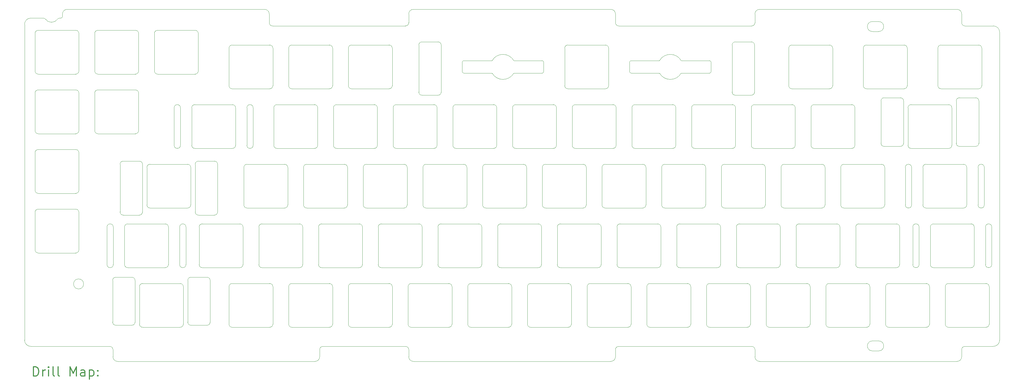
<source format=gbr>
%FSLAX45Y45*%
G04 Gerber Fmt 4.5, Leading zero omitted, Abs format (unit mm)*
G04 Created by KiCad (PCBNEW (5.1.9)-1) date 2021-02-10 15:31:54*
%MOMM*%
%LPD*%
G01*
G04 APERTURE LIST*
%TA.AperFunction,Profile*%
%ADD10C,0.100000*%
%TD*%
%ADD11C,0.200000*%
%ADD12C,0.300000*%
G04 APERTURE END LIST*
D10*
X1325000Y-13125000D02*
G75*
G03*
X1325000Y-13125000I-160000J0D01*
G01*
X28825000Y-13210000D02*
G75*
G02*
X28925000Y-13110000I100000J0D01*
G01*
X30125000Y-13110000D02*
X28925000Y-13110000D01*
X30125000Y-13110000D02*
G75*
G02*
X30225000Y-13210000I0J-100000D01*
G01*
X30225000Y-14410000D02*
X30225000Y-13210000D01*
X30225000Y-14410000D02*
G75*
G02*
X30125000Y-14510000I-100000J0D01*
G01*
X28925000Y-14510000D02*
X30125000Y-14510000D01*
X28925000Y-14510000D02*
G75*
G02*
X28825000Y-14410000I0J100000D01*
G01*
X28825000Y-13210000D02*
X28825000Y-14410000D01*
X26920000Y-13210000D02*
G75*
G02*
X27020000Y-13110000I100000J0D01*
G01*
X28220000Y-13110000D02*
X27020000Y-13110000D01*
X28220000Y-13110000D02*
G75*
G02*
X28320000Y-13210000I0J-100000D01*
G01*
X28320000Y-14410000D02*
X28320000Y-13210000D01*
X28320000Y-14410000D02*
G75*
G02*
X28220000Y-14510000I-100000J0D01*
G01*
X27020000Y-14510000D02*
X28220000Y-14510000D01*
X27020000Y-14510000D02*
G75*
G02*
X26920000Y-14410000I0J100000D01*
G01*
X26920000Y-13210000D02*
X26920000Y-14410000D01*
X25015000Y-13210000D02*
G75*
G02*
X25115000Y-13110000I100000J0D01*
G01*
X26315000Y-13110000D02*
X25115000Y-13110000D01*
X26315000Y-13110000D02*
G75*
G02*
X26415000Y-13210000I0J-100000D01*
G01*
X26415000Y-14410000D02*
X26415000Y-13210000D01*
X26415000Y-14410000D02*
G75*
G02*
X26315000Y-14510000I-100000J0D01*
G01*
X25115000Y-14510000D02*
X26315000Y-14510000D01*
X25115000Y-14510000D02*
G75*
G02*
X25015000Y-14410000I0J100000D01*
G01*
X25015000Y-13210000D02*
X25015000Y-14410000D01*
X23110000Y-13210000D02*
G75*
G02*
X23210000Y-13110000I100000J0D01*
G01*
X24410000Y-13110000D02*
X23210000Y-13110000D01*
X24410000Y-13110000D02*
G75*
G02*
X24510000Y-13210000I0J-100000D01*
G01*
X24510000Y-14410000D02*
X24510000Y-13210000D01*
X24510000Y-14410000D02*
G75*
G02*
X24410000Y-14510000I-100000J0D01*
G01*
X23210000Y-14510000D02*
X24410000Y-14510000D01*
X23210000Y-14510000D02*
G75*
G02*
X23110000Y-14410000I0J100000D01*
G01*
X23110000Y-13210000D02*
X23110000Y-14410000D01*
X21205000Y-13210000D02*
G75*
G02*
X21305000Y-13110000I100000J0D01*
G01*
X22505000Y-13110000D02*
X21305000Y-13110000D01*
X22505000Y-13110000D02*
G75*
G02*
X22605000Y-13210000I0J-100000D01*
G01*
X22605000Y-14410000D02*
X22605000Y-13210000D01*
X22605000Y-14410000D02*
G75*
G02*
X22505000Y-14510000I-100000J0D01*
G01*
X21305000Y-14510000D02*
X22505000Y-14510000D01*
X21305000Y-14510000D02*
G75*
G02*
X21205000Y-14410000I0J100000D01*
G01*
X21205000Y-13210000D02*
X21205000Y-14410000D01*
X19300000Y-13210000D02*
G75*
G02*
X19400000Y-13110000I100000J0D01*
G01*
X20600000Y-13110000D02*
X19400000Y-13110000D01*
X20600000Y-13110000D02*
G75*
G02*
X20700000Y-13210000I0J-100000D01*
G01*
X20700000Y-14410000D02*
X20700000Y-13210000D01*
X20700000Y-14410000D02*
G75*
G02*
X20600000Y-14510000I-100000J0D01*
G01*
X19400000Y-14510000D02*
X20600000Y-14510000D01*
X19400000Y-14510000D02*
G75*
G02*
X19300000Y-14410000I0J100000D01*
G01*
X19300000Y-13210000D02*
X19300000Y-14410000D01*
X17395000Y-13210000D02*
G75*
G02*
X17495000Y-13110000I100000J0D01*
G01*
X18695000Y-13110000D02*
X17495000Y-13110000D01*
X18695000Y-13110000D02*
G75*
G02*
X18795000Y-13210000I0J-100000D01*
G01*
X18795000Y-14410000D02*
X18795000Y-13210000D01*
X18795000Y-14410000D02*
G75*
G02*
X18695000Y-14510000I-100000J0D01*
G01*
X17495000Y-14510000D02*
X18695000Y-14510000D01*
X17495000Y-14510000D02*
G75*
G02*
X17395000Y-14410000I0J100000D01*
G01*
X17395000Y-13210000D02*
X17395000Y-14410000D01*
X15490000Y-13210000D02*
G75*
G02*
X15590000Y-13110000I100000J0D01*
G01*
X16790000Y-13110000D02*
X15590000Y-13110000D01*
X16790000Y-13110000D02*
G75*
G02*
X16890000Y-13210000I0J-100000D01*
G01*
X16890000Y-14410000D02*
X16890000Y-13210000D01*
X16890000Y-14410000D02*
G75*
G02*
X16790000Y-14510000I-100000J0D01*
G01*
X15590000Y-14510000D02*
X16790000Y-14510000D01*
X15590000Y-14510000D02*
G75*
G02*
X15490000Y-14410000I0J100000D01*
G01*
X15490000Y-13210000D02*
X15490000Y-14410000D01*
X13585000Y-13210000D02*
G75*
G02*
X13685000Y-13110000I100000J0D01*
G01*
X14885000Y-13110000D02*
X13685000Y-13110000D01*
X14885000Y-13110000D02*
G75*
G02*
X14985000Y-13210000I0J-100000D01*
G01*
X14985000Y-14410000D02*
X14985000Y-13210000D01*
X14985000Y-14410000D02*
G75*
G02*
X14885000Y-14510000I-100000J0D01*
G01*
X13685000Y-14510000D02*
X14885000Y-14510000D01*
X13685000Y-14510000D02*
G75*
G02*
X13585000Y-14410000I0J100000D01*
G01*
X13585000Y-13210000D02*
X13585000Y-14410000D01*
X11680000Y-13210000D02*
G75*
G02*
X11780000Y-13110000I100000J0D01*
G01*
X12980000Y-13110000D02*
X11780000Y-13110000D01*
X12980000Y-13110000D02*
G75*
G02*
X13080000Y-13210000I0J-100000D01*
G01*
X13080000Y-14410000D02*
X13080000Y-13210000D01*
X13080000Y-14410000D02*
G75*
G02*
X12980000Y-14510000I-100000J0D01*
G01*
X11780000Y-14510000D02*
X12980000Y-14510000D01*
X11780000Y-14510000D02*
G75*
G02*
X11680000Y-14410000I0J100000D01*
G01*
X11680000Y-13210000D02*
X11680000Y-14410000D01*
X9775000Y-13210000D02*
G75*
G02*
X9875000Y-13110000I100000J0D01*
G01*
X11075000Y-13110000D02*
X9875000Y-13110000D01*
X11075000Y-13110000D02*
G75*
G02*
X11175000Y-13210000I0J-100000D01*
G01*
X11175000Y-14410000D02*
X11175000Y-13210000D01*
X11175000Y-14410000D02*
G75*
G02*
X11075000Y-14510000I-100000J0D01*
G01*
X9875000Y-14510000D02*
X11075000Y-14510000D01*
X9875000Y-14510000D02*
G75*
G02*
X9775000Y-14410000I0J100000D01*
G01*
X9775000Y-13210000D02*
X9775000Y-14410000D01*
X7870000Y-13210000D02*
G75*
G02*
X7970000Y-13110000I100000J0D01*
G01*
X9170000Y-13110000D02*
X7970000Y-13110000D01*
X9170000Y-13110000D02*
G75*
G02*
X9270000Y-13210000I0J-100000D01*
G01*
X9270000Y-14410000D02*
X9270000Y-13210000D01*
X9270000Y-14410000D02*
G75*
G02*
X9170000Y-14510000I-100000J0D01*
G01*
X7970000Y-14510000D02*
X9170000Y-14510000D01*
X7970000Y-14510000D02*
G75*
G02*
X7870000Y-14410000I0J100000D01*
G01*
X7870000Y-13210000D02*
X7870000Y-14410000D01*
X5965000Y-13210000D02*
G75*
G02*
X6065000Y-13110000I100000J0D01*
G01*
X7265000Y-13110000D02*
X6065000Y-13110000D01*
X7265000Y-13110000D02*
G75*
G02*
X7365000Y-13210000I0J-100000D01*
G01*
X7365000Y-14410000D02*
X7365000Y-13210000D01*
X7365000Y-14410000D02*
G75*
G02*
X7265000Y-14510000I-100000J0D01*
G01*
X6065000Y-14510000D02*
X7265000Y-14510000D01*
X6065000Y-14510000D02*
G75*
G02*
X5965000Y-14410000I0J100000D01*
G01*
X5965000Y-13210000D02*
X5965000Y-14410000D01*
X4507500Y-14410000D02*
G75*
G02*
X4407500Y-14510000I-100000J0D01*
G01*
X3207500Y-14510000D02*
X4407500Y-14510000D01*
X3207500Y-14510000D02*
G75*
G02*
X3107500Y-14410000I0J100000D01*
G01*
X3107500Y-13210000D02*
X3107500Y-14410000D01*
X3107500Y-13210000D02*
G75*
G02*
X3207500Y-13110000I100000J0D01*
G01*
X4407500Y-13110000D02*
X3207500Y-13110000D01*
X4407500Y-13110000D02*
G75*
G02*
X4507500Y-13210000I0J-100000D01*
G01*
X4507500Y-14410000D02*
X4507500Y-13210000D01*
X2271000Y-12505000D02*
G75*
G02*
X2071000Y-12505000I-100000J0D01*
G01*
X2071000Y-11305000D02*
X2071000Y-12505000D01*
X2071000Y-11305000D02*
G75*
G02*
X2271000Y-11305000I100000J0D01*
G01*
X2271000Y-12505000D02*
X2271000Y-11305000D01*
X2631000Y-11305000D02*
G75*
G02*
X2731000Y-11205000I100000J0D01*
G01*
X3931000Y-11205000D02*
X2731000Y-11205000D01*
X3931000Y-11205000D02*
G75*
G02*
X4031000Y-11305000I0J-100000D01*
G01*
X4031000Y-12505000D02*
X4031000Y-11305000D01*
X4031000Y-12505000D02*
G75*
G02*
X3931000Y-12605000I-100000J0D01*
G01*
X2731000Y-12605000D02*
X3931000Y-12605000D01*
X2731000Y-12605000D02*
G75*
G02*
X2631000Y-12505000I0J100000D01*
G01*
X2631000Y-11305000D02*
X2631000Y-12505000D01*
X4391000Y-11305000D02*
G75*
G02*
X4591000Y-11305000I100000J0D01*
G01*
X4591000Y-12505000D02*
X4591000Y-11305000D01*
X4591000Y-12505000D02*
G75*
G02*
X4391000Y-12505000I-100000J0D01*
G01*
X4391000Y-11305000D02*
X4391000Y-12505000D01*
X5012500Y-11305000D02*
G75*
G02*
X5112500Y-11205000I100000J0D01*
G01*
X6312500Y-11205000D02*
X5112500Y-11205000D01*
X6312500Y-11205000D02*
G75*
G02*
X6412500Y-11305000I0J-100000D01*
G01*
X6412500Y-12505000D02*
X6412500Y-11305000D01*
X6412500Y-12505000D02*
G75*
G02*
X6312500Y-12605000I-100000J0D01*
G01*
X5112500Y-12605000D02*
X6312500Y-12605000D01*
X5112500Y-12605000D02*
G75*
G02*
X5012500Y-12505000I0J100000D01*
G01*
X5012500Y-11305000D02*
X5012500Y-12505000D01*
X6917500Y-11305000D02*
G75*
G02*
X7017500Y-11205000I100000J0D01*
G01*
X8217500Y-11205000D02*
X7017500Y-11205000D01*
X8217500Y-11205000D02*
G75*
G02*
X8317500Y-11305000I0J-100000D01*
G01*
X8317500Y-12505000D02*
X8317500Y-11305000D01*
X8317500Y-12505000D02*
G75*
G02*
X8217500Y-12605000I-100000J0D01*
G01*
X7017500Y-12605000D02*
X8217500Y-12605000D01*
X7017500Y-12605000D02*
G75*
G02*
X6917500Y-12505000I0J100000D01*
G01*
X6917500Y-11305000D02*
X6917500Y-12505000D01*
X8822500Y-11305000D02*
G75*
G02*
X8922500Y-11205000I100000J0D01*
G01*
X10122500Y-11205000D02*
X8922500Y-11205000D01*
X10122500Y-11205000D02*
G75*
G02*
X10222500Y-11305000I0J-100000D01*
G01*
X10222500Y-12505000D02*
X10222500Y-11305000D01*
X10222500Y-12505000D02*
G75*
G02*
X10122500Y-12605000I-100000J0D01*
G01*
X8922500Y-12605000D02*
X10122500Y-12605000D01*
X8922500Y-12605000D02*
G75*
G02*
X8822500Y-12505000I0J100000D01*
G01*
X8822500Y-11305000D02*
X8822500Y-12505000D01*
X10727500Y-11305000D02*
G75*
G02*
X10827500Y-11205000I100000J0D01*
G01*
X12027500Y-11205000D02*
X10827500Y-11205000D01*
X12027500Y-11205000D02*
G75*
G02*
X12127500Y-11305000I0J-100000D01*
G01*
X12127500Y-12505000D02*
X12127500Y-11305000D01*
X12127500Y-12505000D02*
G75*
G02*
X12027500Y-12605000I-100000J0D01*
G01*
X10827500Y-12605000D02*
X12027500Y-12605000D01*
X10827500Y-12605000D02*
G75*
G02*
X10727500Y-12505000I0J100000D01*
G01*
X10727500Y-11305000D02*
X10727500Y-12505000D01*
X12632500Y-11305000D02*
G75*
G02*
X12732500Y-11205000I100000J0D01*
G01*
X13932500Y-11205000D02*
X12732500Y-11205000D01*
X13932500Y-11205000D02*
G75*
G02*
X14032500Y-11305000I0J-100000D01*
G01*
X14032500Y-12505000D02*
X14032500Y-11305000D01*
X14032500Y-12505000D02*
G75*
G02*
X13932500Y-12605000I-100000J0D01*
G01*
X12732500Y-12605000D02*
X13932500Y-12605000D01*
X12732500Y-12605000D02*
G75*
G02*
X12632500Y-12505000I0J100000D01*
G01*
X12632500Y-11305000D02*
X12632500Y-12505000D01*
X14537500Y-11305000D02*
G75*
G02*
X14637500Y-11205000I100000J0D01*
G01*
X15837500Y-11205000D02*
X14637500Y-11205000D01*
X15837500Y-11205000D02*
G75*
G02*
X15937500Y-11305000I0J-100000D01*
G01*
X15937500Y-12505000D02*
X15937500Y-11305000D01*
X15937500Y-12505000D02*
G75*
G02*
X15837500Y-12605000I-100000J0D01*
G01*
X14637500Y-12605000D02*
X15837500Y-12605000D01*
X14637500Y-12605000D02*
G75*
G02*
X14537500Y-12505000I0J100000D01*
G01*
X14537500Y-11305000D02*
X14537500Y-12505000D01*
X16442500Y-11305000D02*
G75*
G02*
X16542500Y-11205000I100000J0D01*
G01*
X17742500Y-11205000D02*
X16542500Y-11205000D01*
X17742500Y-11205000D02*
G75*
G02*
X17842500Y-11305000I0J-100000D01*
G01*
X17842500Y-12505000D02*
X17842500Y-11305000D01*
X17842500Y-12505000D02*
G75*
G02*
X17742500Y-12605000I-100000J0D01*
G01*
X16542500Y-12605000D02*
X17742500Y-12605000D01*
X16542500Y-12605000D02*
G75*
G02*
X16442500Y-12505000I0J100000D01*
G01*
X16442500Y-11305000D02*
X16442500Y-12505000D01*
X18347500Y-11305000D02*
G75*
G02*
X18447500Y-11205000I100000J0D01*
G01*
X19647500Y-11205000D02*
X18447500Y-11205000D01*
X19647500Y-11205000D02*
G75*
G02*
X19747500Y-11305000I0J-100000D01*
G01*
X19747500Y-12505000D02*
X19747500Y-11305000D01*
X19747500Y-12505000D02*
G75*
G02*
X19647500Y-12605000I-100000J0D01*
G01*
X18447500Y-12605000D02*
X19647500Y-12605000D01*
X18447500Y-12605000D02*
G75*
G02*
X18347500Y-12505000I0J100000D01*
G01*
X18347500Y-11305000D02*
X18347500Y-12505000D01*
X20252500Y-11305000D02*
G75*
G02*
X20352500Y-11205000I100000J0D01*
G01*
X21552500Y-11205000D02*
X20352500Y-11205000D01*
X21552500Y-11205000D02*
G75*
G02*
X21652500Y-11305000I0J-100000D01*
G01*
X21652500Y-12505000D02*
X21652500Y-11305000D01*
X21652500Y-12505000D02*
G75*
G02*
X21552500Y-12605000I-100000J0D01*
G01*
X20352500Y-12605000D02*
X21552500Y-12605000D01*
X20352500Y-12605000D02*
G75*
G02*
X20252500Y-12505000I0J100000D01*
G01*
X20252500Y-11305000D02*
X20252500Y-12505000D01*
X22157500Y-11305000D02*
G75*
G02*
X22257500Y-11205000I100000J0D01*
G01*
X23457500Y-11205000D02*
X22257500Y-11205000D01*
X23457500Y-11205000D02*
G75*
G02*
X23557500Y-11305000I0J-100000D01*
G01*
X23557500Y-12505000D02*
X23557500Y-11305000D01*
X23557500Y-12505000D02*
G75*
G02*
X23457500Y-12605000I-100000J0D01*
G01*
X22257500Y-12605000D02*
X23457500Y-12605000D01*
X22257500Y-12605000D02*
G75*
G02*
X22157500Y-12505000I0J100000D01*
G01*
X22157500Y-11305000D02*
X22157500Y-12505000D01*
X24062500Y-11305000D02*
G75*
G02*
X24162500Y-11205000I100000J0D01*
G01*
X25362500Y-11205000D02*
X24162500Y-11205000D01*
X25362500Y-11205000D02*
G75*
G02*
X25462500Y-11305000I0J-100000D01*
G01*
X25462500Y-12505000D02*
X25462500Y-11305000D01*
X25462500Y-12505000D02*
G75*
G02*
X25362500Y-12605000I-100000J0D01*
G01*
X24162500Y-12605000D02*
X25362500Y-12605000D01*
X24162500Y-12605000D02*
G75*
G02*
X24062500Y-12505000I0J100000D01*
G01*
X24062500Y-11305000D02*
X24062500Y-12505000D01*
X25967500Y-11305000D02*
G75*
G02*
X26067500Y-11205000I100000J0D01*
G01*
X27267500Y-11205000D02*
X26067500Y-11205000D01*
X27267500Y-11205000D02*
G75*
G02*
X27367500Y-11305000I0J-100000D01*
G01*
X27367500Y-12505000D02*
X27367500Y-11305000D01*
X27367500Y-12505000D02*
G75*
G02*
X27267500Y-12605000I-100000J0D01*
G01*
X26067500Y-12605000D02*
X27267500Y-12605000D01*
X26067500Y-12605000D02*
G75*
G02*
X25967500Y-12505000I0J100000D01*
G01*
X25967500Y-11305000D02*
X25967500Y-12505000D01*
X27989000Y-12505000D02*
G75*
G02*
X27789000Y-12505000I-100000J0D01*
G01*
X27789000Y-11305000D02*
X27789000Y-12505000D01*
X27789000Y-11305000D02*
G75*
G02*
X27989000Y-11305000I100000J0D01*
G01*
X27989000Y-12505000D02*
X27989000Y-11305000D01*
X28349000Y-11305000D02*
G75*
G02*
X28449000Y-11205000I100000J0D01*
G01*
X29649000Y-11205000D02*
X28449000Y-11205000D01*
X29649000Y-11205000D02*
G75*
G02*
X29749000Y-11305000I0J-100000D01*
G01*
X29749000Y-12505000D02*
X29749000Y-11305000D01*
X29749000Y-12505000D02*
G75*
G02*
X29649000Y-12605000I-100000J0D01*
G01*
X28449000Y-12605000D02*
X29649000Y-12605000D01*
X28449000Y-12605000D02*
G75*
G02*
X28349000Y-12505000I0J100000D01*
G01*
X28349000Y-11305000D02*
X28349000Y-12505000D01*
X30109000Y-11305000D02*
G75*
G02*
X30309000Y-11305000I100000J0D01*
G01*
X30309000Y-12505000D02*
X30309000Y-11305000D01*
X30309000Y-12505000D02*
G75*
G02*
X30109000Y-12505000I-100000J0D01*
G01*
X30109000Y-11305000D02*
X30109000Y-12505000D01*
X1175000Y-8930000D02*
X1175000Y-10130000D01*
X1075000Y-8830000D02*
G75*
G02*
X1175000Y-8930000I0J-100000D01*
G01*
X-125000Y-8830000D02*
X1075000Y-8830000D01*
X-225000Y-8930000D02*
G75*
G02*
X-125000Y-8830000I100000J0D01*
G01*
X-225000Y-10130000D02*
X-225000Y-8930000D01*
X-125000Y-10230000D02*
G75*
G02*
X-225000Y-10130000I0J100000D01*
G01*
X1075000Y-10230000D02*
X-125000Y-10230000D01*
X1175000Y-10130000D02*
G75*
G02*
X1075000Y-10230000I-100000J0D01*
G01*
X3080000Y-5120000D02*
X3080000Y-6320000D01*
X2980000Y-5020000D02*
G75*
G02*
X3080000Y-5120000I0J-100000D01*
G01*
X1780000Y-5020000D02*
X2980000Y-5020000D01*
X1680000Y-5120000D02*
G75*
G02*
X1780000Y-5020000I100000J0D01*
G01*
X1680000Y-6320000D02*
X1680000Y-5120000D01*
X1780000Y-6420000D02*
G75*
G02*
X1680000Y-6320000I0J100000D01*
G01*
X2980000Y-6420000D02*
X1780000Y-6420000D01*
X3080000Y-6320000D02*
G75*
G02*
X2980000Y-6420000I-100000J0D01*
G01*
X1175000Y-5120000D02*
X1175000Y-6320000D01*
X1075000Y-5020000D02*
G75*
G02*
X1175000Y-5120000I0J-100000D01*
G01*
X-125000Y-5020000D02*
X1075000Y-5020000D01*
X-225000Y-5120000D02*
G75*
G02*
X-125000Y-5020000I100000J0D01*
G01*
X-225000Y-6320000D02*
X-225000Y-5120000D01*
X-125000Y-6420000D02*
G75*
G02*
X-225000Y-6320000I0J100000D01*
G01*
X1075000Y-6420000D02*
X-125000Y-6420000D01*
X1175000Y-6320000D02*
G75*
G02*
X1075000Y-6420000I-100000J0D01*
G01*
X4985000Y-5120000D02*
X4985000Y-6320000D01*
X4885000Y-5020000D02*
G75*
G02*
X4985000Y-5120000I0J-100000D01*
G01*
X3685000Y-5020000D02*
X4885000Y-5020000D01*
X3585000Y-5120000D02*
G75*
G02*
X3685000Y-5020000I100000J0D01*
G01*
X3585000Y-6320000D02*
X3585000Y-5120000D01*
X3685000Y-6420000D02*
G75*
G02*
X3585000Y-6320000I0J100000D01*
G01*
X4885000Y-6420000D02*
X3685000Y-6420000D01*
X4985000Y-6320000D02*
G75*
G02*
X4885000Y-6420000I-100000J0D01*
G01*
X6440000Y-10600000D02*
X6440000Y-9400000D01*
X6540000Y-10700000D02*
G75*
G02*
X6440000Y-10600000I0J100000D01*
G01*
X7740000Y-10700000D02*
X6540000Y-10700000D01*
X7840000Y-10600000D02*
G75*
G02*
X7740000Y-10700000I-100000J0D01*
G01*
X7840000Y-9400000D02*
X7840000Y-10600000D01*
X7740000Y-9300000D02*
G75*
G02*
X7840000Y-9400000I0J-100000D01*
G01*
X6540000Y-9300000D02*
X7740000Y-9300000D01*
X6440000Y-9400000D02*
G75*
G02*
X6540000Y-9300000I100000J0D01*
G01*
X8345000Y-10600000D02*
X8345000Y-9400000D01*
X8445000Y-10700000D02*
G75*
G02*
X8345000Y-10600000I0J100000D01*
G01*
X9645000Y-10700000D02*
X8445000Y-10700000D01*
X9745000Y-10600000D02*
G75*
G02*
X9645000Y-10700000I-100000J0D01*
G01*
X9745000Y-9400000D02*
X9745000Y-10600000D01*
X9645000Y-9300000D02*
G75*
G02*
X9745000Y-9400000I0J-100000D01*
G01*
X8445000Y-9300000D02*
X9645000Y-9300000D01*
X8345000Y-9400000D02*
G75*
G02*
X8445000Y-9300000I100000J0D01*
G01*
X10250000Y-10600000D02*
X10250000Y-9400000D01*
X10350000Y-10700000D02*
G75*
G02*
X10250000Y-10600000I0J100000D01*
G01*
X11550000Y-10700000D02*
X10350000Y-10700000D01*
X11650000Y-10600000D02*
G75*
G02*
X11550000Y-10700000I-100000J0D01*
G01*
X11650000Y-9400000D02*
X11650000Y-10600000D01*
X11550000Y-9300000D02*
G75*
G02*
X11650000Y-9400000I0J-100000D01*
G01*
X10350000Y-9300000D02*
X11550000Y-9300000D01*
X10250000Y-9400000D02*
G75*
G02*
X10350000Y-9300000I100000J0D01*
G01*
X12155000Y-10600000D02*
X12155000Y-9400000D01*
X12255000Y-10700000D02*
G75*
G02*
X12155000Y-10600000I0J100000D01*
G01*
X13455000Y-10700000D02*
X12255000Y-10700000D01*
X13555000Y-10600000D02*
G75*
G02*
X13455000Y-10700000I-100000J0D01*
G01*
X13555000Y-9400000D02*
X13555000Y-10600000D01*
X13455000Y-9300000D02*
G75*
G02*
X13555000Y-9400000I0J-100000D01*
G01*
X12255000Y-9300000D02*
X13455000Y-9300000D01*
X12155000Y-9400000D02*
G75*
G02*
X12255000Y-9300000I100000J0D01*
G01*
X14060000Y-10600000D02*
X14060000Y-9400000D01*
X14160000Y-10700000D02*
G75*
G02*
X14060000Y-10600000I0J100000D01*
G01*
X15360000Y-10700000D02*
X14160000Y-10700000D01*
X15460000Y-10600000D02*
G75*
G02*
X15360000Y-10700000I-100000J0D01*
G01*
X15460000Y-9400000D02*
X15460000Y-10600000D01*
X15360000Y-9300000D02*
G75*
G02*
X15460000Y-9400000I0J-100000D01*
G01*
X14160000Y-9300000D02*
X15360000Y-9300000D01*
X14060000Y-9400000D02*
G75*
G02*
X14160000Y-9300000I100000J0D01*
G01*
X15965000Y-10600000D02*
X15965000Y-9400000D01*
X16065000Y-10700000D02*
G75*
G02*
X15965000Y-10600000I0J100000D01*
G01*
X17265000Y-10700000D02*
X16065000Y-10700000D01*
X17365000Y-10600000D02*
G75*
G02*
X17265000Y-10700000I-100000J0D01*
G01*
X17365000Y-9400000D02*
X17365000Y-10600000D01*
X17265000Y-9300000D02*
G75*
G02*
X17365000Y-9400000I0J-100000D01*
G01*
X16065000Y-9300000D02*
X17265000Y-9300000D01*
X15965000Y-9400000D02*
G75*
G02*
X16065000Y-9300000I100000J0D01*
G01*
X17870000Y-10600000D02*
X17870000Y-9400000D01*
X17970000Y-10700000D02*
G75*
G02*
X17870000Y-10600000I0J100000D01*
G01*
X19170000Y-10700000D02*
X17970000Y-10700000D01*
X19270000Y-10600000D02*
G75*
G02*
X19170000Y-10700000I-100000J0D01*
G01*
X19270000Y-9400000D02*
X19270000Y-10600000D01*
X19170000Y-9300000D02*
G75*
G02*
X19270000Y-9400000I0J-100000D01*
G01*
X17970000Y-9300000D02*
X19170000Y-9300000D01*
X17870000Y-9400000D02*
G75*
G02*
X17970000Y-9300000I100000J0D01*
G01*
X19775000Y-10600000D02*
X19775000Y-9400000D01*
X19875000Y-10700000D02*
G75*
G02*
X19775000Y-10600000I0J100000D01*
G01*
X21075000Y-10700000D02*
X19875000Y-10700000D01*
X21175000Y-10600000D02*
G75*
G02*
X21075000Y-10700000I-100000J0D01*
G01*
X21175000Y-9400000D02*
X21175000Y-10600000D01*
X21075000Y-9300000D02*
G75*
G02*
X21175000Y-9400000I0J-100000D01*
G01*
X19875000Y-9300000D02*
X21075000Y-9300000D01*
X19775000Y-9400000D02*
G75*
G02*
X19875000Y-9300000I100000J0D01*
G01*
X21680000Y-10600000D02*
X21680000Y-9400000D01*
X21780000Y-10700000D02*
G75*
G02*
X21680000Y-10600000I0J100000D01*
G01*
X22980000Y-10700000D02*
X21780000Y-10700000D01*
X23080000Y-10600000D02*
G75*
G02*
X22980000Y-10700000I-100000J0D01*
G01*
X23080000Y-9400000D02*
X23080000Y-10600000D01*
X22980000Y-9300000D02*
G75*
G02*
X23080000Y-9400000I0J-100000D01*
G01*
X21780000Y-9300000D02*
X22980000Y-9300000D01*
X21680000Y-9400000D02*
G75*
G02*
X21780000Y-9300000I100000J0D01*
G01*
X23585000Y-10600000D02*
X23585000Y-9400000D01*
X23685000Y-10700000D02*
G75*
G02*
X23585000Y-10600000I0J100000D01*
G01*
X24885000Y-10700000D02*
X23685000Y-10700000D01*
X24985000Y-10600000D02*
G75*
G02*
X24885000Y-10700000I-100000J0D01*
G01*
X24985000Y-9400000D02*
X24985000Y-10600000D01*
X24885000Y-9300000D02*
G75*
G02*
X24985000Y-9400000I0J-100000D01*
G01*
X23685000Y-9300000D02*
X24885000Y-9300000D01*
X23585000Y-9400000D02*
G75*
G02*
X23685000Y-9300000I100000J0D01*
G01*
X25490000Y-10600000D02*
X25490000Y-9400000D01*
X25590000Y-10700000D02*
G75*
G02*
X25490000Y-10600000I0J100000D01*
G01*
X26790000Y-10700000D02*
X25590000Y-10700000D01*
X26890000Y-10600000D02*
G75*
G02*
X26790000Y-10700000I-100000J0D01*
G01*
X26890000Y-9400000D02*
X26890000Y-10600000D01*
X26790000Y-9300000D02*
G75*
G02*
X26890000Y-9400000I0J-100000D01*
G01*
X25590000Y-9300000D02*
X26790000Y-9300000D01*
X25490000Y-9400000D02*
G75*
G02*
X25590000Y-9300000I100000J0D01*
G01*
X27550000Y-10600000D02*
X27550000Y-9400000D01*
X27750000Y-10600000D02*
G75*
G02*
X27550000Y-10600000I-100000J0D01*
G01*
X27750000Y-9400000D02*
X27750000Y-10600000D01*
X27550000Y-9400000D02*
G75*
G02*
X27750000Y-9400000I100000J0D01*
G01*
X28110000Y-10600000D02*
X28110000Y-9400000D01*
X28210000Y-10700000D02*
G75*
G02*
X28110000Y-10600000I0J100000D01*
G01*
X29410000Y-10700000D02*
X28210000Y-10700000D01*
X29510000Y-10600000D02*
G75*
G02*
X29410000Y-10700000I-100000J0D01*
G01*
X29510000Y-9400000D02*
X29510000Y-10600000D01*
X29410000Y-9300000D02*
G75*
G02*
X29510000Y-9400000I0J-100000D01*
G01*
X28210000Y-9300000D02*
X29410000Y-9300000D01*
X28110000Y-9400000D02*
G75*
G02*
X28210000Y-9300000I100000J0D01*
G01*
X30070000Y-9400000D02*
X30070000Y-10600000D01*
X29870000Y-9400000D02*
G75*
G02*
X30070000Y-9400000I100000J0D01*
G01*
X29870000Y-10600000D02*
X29870000Y-9400000D01*
X30070000Y-10600000D02*
G75*
G02*
X29870000Y-10600000I-100000J0D01*
G01*
X29034500Y-7495000D02*
X29034500Y-8695000D01*
X28934500Y-7395000D02*
G75*
G02*
X29034500Y-7495000I0J-100000D01*
G01*
X27734500Y-7395000D02*
X28934500Y-7395000D01*
X27634500Y-7495000D02*
G75*
G02*
X27734500Y-7395000I100000J0D01*
G01*
X27634500Y-8695000D02*
X27634500Y-7495000D01*
X27734500Y-8795000D02*
G75*
G02*
X27634500Y-8695000I0J100000D01*
G01*
X28934500Y-8795000D02*
X27734500Y-8795000D01*
X29034500Y-8695000D02*
G75*
G02*
X28934500Y-8795000I-100000J0D01*
G01*
X24640000Y-7395000D02*
X25840000Y-7395000D01*
X24540000Y-7495000D02*
G75*
G02*
X24640000Y-7395000I100000J0D01*
G01*
X24540000Y-8695000D02*
X24540000Y-7495000D01*
X24640000Y-8795000D02*
G75*
G02*
X24540000Y-8695000I0J100000D01*
G01*
X25840000Y-8795000D02*
X24640000Y-8795000D01*
X25940000Y-8695000D02*
G75*
G02*
X25840000Y-8795000I-100000J0D01*
G01*
X25940000Y-7495000D02*
X25940000Y-8695000D01*
X25840000Y-7395000D02*
G75*
G02*
X25940000Y-7495000I0J-100000D01*
G01*
X23935000Y-8795000D02*
X22735000Y-8795000D01*
X24035000Y-8695000D02*
G75*
G02*
X23935000Y-8795000I-100000J0D01*
G01*
X24035000Y-7495000D02*
X24035000Y-8695000D01*
X23935000Y-7395000D02*
G75*
G02*
X24035000Y-7495000I0J-100000D01*
G01*
X22735000Y-7395000D02*
X23935000Y-7395000D01*
X22635000Y-7495000D02*
G75*
G02*
X22735000Y-7395000I100000J0D01*
G01*
X22635000Y-8695000D02*
X22635000Y-7495000D01*
X22735000Y-8795000D02*
G75*
G02*
X22635000Y-8695000I0J100000D01*
G01*
X22030000Y-8795000D02*
X20830000Y-8795000D01*
X22130000Y-8695000D02*
G75*
G02*
X22030000Y-8795000I-100000J0D01*
G01*
X22130000Y-7495000D02*
X22130000Y-8695000D01*
X22030000Y-7395000D02*
G75*
G02*
X22130000Y-7495000I0J-100000D01*
G01*
X20830000Y-7395000D02*
X22030000Y-7395000D01*
X20730000Y-7495000D02*
G75*
G02*
X20830000Y-7395000I100000J0D01*
G01*
X20730000Y-8695000D02*
X20730000Y-7495000D01*
X20830000Y-8795000D02*
G75*
G02*
X20730000Y-8695000I0J100000D01*
G01*
X18925000Y-7395000D02*
X20125000Y-7395000D01*
X18825000Y-7495000D02*
G75*
G02*
X18925000Y-7395000I100000J0D01*
G01*
X18825000Y-8695000D02*
X18825000Y-7495000D01*
X18925000Y-8795000D02*
G75*
G02*
X18825000Y-8695000I0J100000D01*
G01*
X20125000Y-8795000D02*
X18925000Y-8795000D01*
X20225000Y-8695000D02*
G75*
G02*
X20125000Y-8795000I-100000J0D01*
G01*
X20225000Y-7495000D02*
X20225000Y-8695000D01*
X20125000Y-7395000D02*
G75*
G02*
X20225000Y-7495000I0J-100000D01*
G01*
X16920000Y-8695000D02*
X16920000Y-7495000D01*
X17020000Y-8795000D02*
G75*
G02*
X16920000Y-8695000I0J100000D01*
G01*
X18220000Y-8795000D02*
X17020000Y-8795000D01*
X18320000Y-8695000D02*
G75*
G02*
X18220000Y-8795000I-100000J0D01*
G01*
X18320000Y-7495000D02*
X18320000Y-8695000D01*
X18220000Y-7395000D02*
G75*
G02*
X18320000Y-7495000I0J-100000D01*
G01*
X17020000Y-7395000D02*
X18220000Y-7395000D01*
X16920000Y-7495000D02*
G75*
G02*
X17020000Y-7395000I100000J0D01*
G01*
X15015000Y-8695000D02*
X15015000Y-7495000D01*
X15115000Y-8795000D02*
G75*
G02*
X15015000Y-8695000I0J100000D01*
G01*
X16315000Y-8795000D02*
X15115000Y-8795000D01*
X16415000Y-8695000D02*
G75*
G02*
X16315000Y-8795000I-100000J0D01*
G01*
X16415000Y-7495000D02*
X16415000Y-8695000D01*
X16315000Y-7395000D02*
G75*
G02*
X16415000Y-7495000I0J-100000D01*
G01*
X15115000Y-7395000D02*
X16315000Y-7395000D01*
X15015000Y-7495000D02*
G75*
G02*
X15115000Y-7395000I100000J0D01*
G01*
X13110000Y-8695000D02*
X13110000Y-7495000D01*
X13210000Y-8795000D02*
G75*
G02*
X13110000Y-8695000I0J100000D01*
G01*
X14410000Y-8795000D02*
X13210000Y-8795000D01*
X14510000Y-8695000D02*
G75*
G02*
X14410000Y-8795000I-100000J0D01*
G01*
X14510000Y-7495000D02*
X14510000Y-8695000D01*
X14410000Y-7395000D02*
G75*
G02*
X14510000Y-7495000I0J-100000D01*
G01*
X13210000Y-7395000D02*
X14410000Y-7395000D01*
X13110000Y-7495000D02*
G75*
G02*
X13210000Y-7395000I100000J0D01*
G01*
X11205000Y-8695000D02*
X11205000Y-7495000D01*
X11305000Y-8795000D02*
G75*
G02*
X11205000Y-8695000I0J100000D01*
G01*
X12505000Y-8795000D02*
X11305000Y-8795000D01*
X12605000Y-8695000D02*
G75*
G02*
X12505000Y-8795000I-100000J0D01*
G01*
X12605000Y-7495000D02*
X12605000Y-8695000D01*
X12505000Y-7395000D02*
G75*
G02*
X12605000Y-7495000I0J-100000D01*
G01*
X11305000Y-7395000D02*
X12505000Y-7395000D01*
X11205000Y-7495000D02*
G75*
G02*
X11305000Y-7395000I100000J0D01*
G01*
X9300000Y-8695000D02*
X9300000Y-7495000D01*
X9400000Y-8795000D02*
G75*
G02*
X9300000Y-8695000I0J100000D01*
G01*
X10600000Y-8795000D02*
X9400000Y-8795000D01*
X10700000Y-8695000D02*
G75*
G02*
X10600000Y-8795000I-100000J0D01*
G01*
X10700000Y-7495000D02*
X10700000Y-8695000D01*
X10600000Y-7395000D02*
G75*
G02*
X10700000Y-7495000I0J-100000D01*
G01*
X9400000Y-7395000D02*
X10600000Y-7395000D01*
X9300000Y-7495000D02*
G75*
G02*
X9400000Y-7395000I100000J0D01*
G01*
X7395000Y-8695000D02*
X7395000Y-7495000D01*
X7495000Y-8795000D02*
G75*
G02*
X7395000Y-8695000I0J100000D01*
G01*
X8695000Y-8795000D02*
X7495000Y-8795000D01*
X8795000Y-8695000D02*
G75*
G02*
X8695000Y-8795000I-100000J0D01*
G01*
X8795000Y-7495000D02*
X8795000Y-8695000D01*
X8695000Y-7395000D02*
G75*
G02*
X8795000Y-7495000I0J-100000D01*
G01*
X7495000Y-7395000D02*
X8695000Y-7395000D01*
X7395000Y-7495000D02*
G75*
G02*
X7495000Y-7395000I100000J0D01*
G01*
X6735000Y-7495000D02*
X6735000Y-8695000D01*
X6535000Y-7495000D02*
G75*
G02*
X6735000Y-7495000I100000J0D01*
G01*
X6535000Y-8695000D02*
X6535000Y-7495000D01*
X6735000Y-8695000D02*
G75*
G02*
X6535000Y-8695000I-100000J0D01*
G01*
X4875000Y-7395000D02*
X6075000Y-7395000D01*
X4775000Y-7495000D02*
G75*
G02*
X4875000Y-7395000I100000J0D01*
G01*
X4775000Y-8695000D02*
X4775000Y-7495000D01*
X4875000Y-8795000D02*
G75*
G02*
X4775000Y-8695000I0J100000D01*
G01*
X6075000Y-8795000D02*
X4875000Y-8795000D01*
X6175000Y-8695000D02*
G75*
G02*
X6075000Y-8795000I-100000J0D01*
G01*
X6175000Y-7495000D02*
X6175000Y-8695000D01*
X6075000Y-7395000D02*
G75*
G02*
X6175000Y-7495000I0J-100000D01*
G01*
X4415000Y-7495000D02*
X4415000Y-8695000D01*
X4215000Y-7495000D02*
G75*
G02*
X4415000Y-7495000I100000J0D01*
G01*
X4215000Y-8695000D02*
X4215000Y-7495000D01*
X4415000Y-8695000D02*
G75*
G02*
X4215000Y-8695000I-100000J0D01*
G01*
X5965000Y-6790000D02*
X5965000Y-5590000D01*
X6065000Y-6890000D02*
G75*
G02*
X5965000Y-6790000I0J100000D01*
G01*
X7265000Y-6890000D02*
X6065000Y-6890000D01*
X7365000Y-6790000D02*
G75*
G02*
X7265000Y-6890000I-100000J0D01*
G01*
X7365000Y-5590000D02*
X7365000Y-6790000D01*
X7265000Y-5490000D02*
G75*
G02*
X7365000Y-5590000I0J-100000D01*
G01*
X6065000Y-5490000D02*
X7265000Y-5490000D01*
X5965000Y-5590000D02*
G75*
G02*
X6065000Y-5490000I100000J0D01*
G01*
X7870000Y-6790000D02*
X7870000Y-5590000D01*
X7970000Y-6890000D02*
G75*
G02*
X7870000Y-6790000I0J100000D01*
G01*
X9170000Y-6890000D02*
X7970000Y-6890000D01*
X9270000Y-6790000D02*
G75*
G02*
X9170000Y-6890000I-100000J0D01*
G01*
X9270000Y-5590000D02*
X9270000Y-6790000D01*
X9170000Y-5490000D02*
G75*
G02*
X9270000Y-5590000I0J-100000D01*
G01*
X7970000Y-5490000D02*
X9170000Y-5490000D01*
X7870000Y-5590000D02*
G75*
G02*
X7970000Y-5490000I100000J0D01*
G01*
X9775000Y-6790000D02*
X9775000Y-5590000D01*
X9875000Y-6890000D02*
G75*
G02*
X9775000Y-6790000I0J100000D01*
G01*
X11075000Y-6890000D02*
X9875000Y-6890000D01*
X11175000Y-6790000D02*
G75*
G02*
X11075000Y-6890000I-100000J0D01*
G01*
X11175000Y-5590000D02*
X11175000Y-6790000D01*
X11075000Y-5490000D02*
G75*
G02*
X11175000Y-5590000I0J-100000D01*
G01*
X9875000Y-5490000D02*
X11075000Y-5490000D01*
X9775000Y-5590000D02*
G75*
G02*
X9875000Y-5490000I100000J0D01*
G01*
X16680000Y-6790000D02*
X16680000Y-5590000D01*
X16780000Y-6890000D02*
G75*
G02*
X16680000Y-6790000I0J100000D01*
G01*
X17980000Y-6890000D02*
X16780000Y-6890000D01*
X18080000Y-6790000D02*
G75*
G02*
X17980000Y-6890000I-100000J0D01*
G01*
X18080000Y-5590000D02*
X18080000Y-6790000D01*
X17980000Y-5490000D02*
G75*
G02*
X18080000Y-5590000I0J-100000D01*
G01*
X16780000Y-5490000D02*
X17980000Y-5490000D01*
X16680000Y-5590000D02*
G75*
G02*
X16780000Y-5490000I100000J0D01*
G01*
X25130000Y-6890000D02*
X23930000Y-6890000D01*
X25230000Y-6790000D02*
G75*
G02*
X25130000Y-6890000I-100000J0D01*
G01*
X25230000Y-5590000D02*
X25230000Y-6790000D01*
X25130000Y-5490000D02*
G75*
G02*
X25230000Y-5590000I0J-100000D01*
G01*
X23930000Y-5490000D02*
X25130000Y-5490000D01*
X23830000Y-5590000D02*
G75*
G02*
X23930000Y-5490000I100000J0D01*
G01*
X23830000Y-6790000D02*
X23830000Y-5590000D01*
X23930000Y-6890000D02*
G75*
G02*
X23830000Y-6790000I0J100000D01*
G01*
X27510000Y-6890000D02*
X26310000Y-6890000D01*
X27610000Y-6790000D02*
G75*
G02*
X27510000Y-6890000I-100000J0D01*
G01*
X27610000Y-5590000D02*
X27610000Y-6790000D01*
X27510000Y-5490000D02*
G75*
G02*
X27610000Y-5590000I0J-100000D01*
G01*
X26310000Y-5490000D02*
X27510000Y-5490000D01*
X26210000Y-5590000D02*
G75*
G02*
X26310000Y-5490000I100000J0D01*
G01*
X26210000Y-6790000D02*
X26210000Y-5590000D01*
X26310000Y-6890000D02*
G75*
G02*
X26210000Y-6790000I0J100000D01*
G01*
X29890000Y-6890000D02*
X28690000Y-6890000D01*
X29990000Y-6790000D02*
G75*
G02*
X29890000Y-6890000I-100000J0D01*
G01*
X29990000Y-5590000D02*
X29990000Y-6790000D01*
X29890000Y-5490000D02*
G75*
G02*
X29990000Y-5590000I0J-100000D01*
G01*
X28690000Y-5490000D02*
X29890000Y-5490000D01*
X28590000Y-5590000D02*
G75*
G02*
X28690000Y-5490000I100000J0D01*
G01*
X28590000Y-6790000D02*
X28590000Y-5590000D01*
X28690000Y-6890000D02*
G75*
G02*
X28590000Y-6790000I0J100000D01*
G01*
X26500000Y-4740000D02*
X26700000Y-4740000D01*
X26500000Y-5060000D02*
G75*
G02*
X26500000Y-4740000I0J160000D01*
G01*
X26700000Y-5060000D02*
X26500000Y-5060000D01*
X26700000Y-4740000D02*
G75*
G02*
X26700000Y-5060000I0J-160000D01*
G01*
X26500000Y-14945000D02*
X26700000Y-14945000D01*
X26500000Y-15265000D02*
G75*
G02*
X26500000Y-14945000I0J160000D01*
G01*
X26700000Y-15265000D02*
X26500000Y-15265000D01*
X26700000Y-14945000D02*
G75*
G02*
X26700000Y-15265000I0J-160000D01*
G01*
X21351250Y-6340000D02*
G75*
G02*
X21301250Y-6390000I-50000J0D01*
G01*
X20397660Y-6390000D02*
X21301250Y-6390000D01*
X20397660Y-6390000D02*
G75*
G02*
X19704840Y-6390000I-346410J200000D01*
G01*
X18801250Y-6390000D02*
X19704840Y-6390000D01*
X18801250Y-6390000D02*
G75*
G02*
X18751250Y-6340000I0J50000D01*
G01*
X18751250Y-6040000D02*
X18751250Y-6340000D01*
X18751250Y-6040000D02*
G75*
G02*
X18801250Y-5990000I50000J0D01*
G01*
X19704840Y-5990000D02*
X18801250Y-5990000D01*
X19704840Y-5990000D02*
G75*
G02*
X20397660Y-5990000I346410J-200000D01*
G01*
X21301250Y-5990000D02*
X20397660Y-5990000D01*
X21301250Y-5990000D02*
G75*
G02*
X21351250Y-6040000I0J-50000D01*
G01*
X21351250Y-6340000D02*
X21351250Y-6040000D01*
X16008750Y-6340000D02*
G75*
G02*
X15958750Y-6390000I-50000J0D01*
G01*
X15055160Y-6390000D02*
X15958750Y-6390000D01*
X15055160Y-6390000D02*
G75*
G02*
X14362340Y-6390000I-346410J200000D01*
G01*
X13458750Y-6390000D02*
X14362340Y-6390000D01*
X13458750Y-6390000D02*
G75*
G02*
X13408750Y-6340000I0J50000D01*
G01*
X13408750Y-6040000D02*
X13408750Y-6340000D01*
X13408750Y-6040000D02*
G75*
G02*
X13458750Y-5990000I50000J0D01*
G01*
X14362340Y-5990000D02*
X13458750Y-5990000D01*
X14362340Y-5990000D02*
G75*
G02*
X15055160Y-5990000I346410J-200000D01*
G01*
X15958750Y-5990000D02*
X15055160Y-5990000D01*
X15958750Y-5990000D02*
G75*
G02*
X16008750Y-6040000I0J-50000D01*
G01*
X16008750Y-6340000D02*
X16008750Y-6040000D01*
X29895800Y-8630000D02*
G75*
G02*
X29795800Y-8730000I-100000J0D01*
G01*
X29275800Y-8730000D02*
X29795800Y-8730000D01*
X29275800Y-8730000D02*
G75*
G02*
X29175800Y-8630000I0J100000D01*
G01*
X29175800Y-7275000D02*
X29175800Y-8630000D01*
X29175800Y-7275000D02*
G75*
G02*
X29275800Y-7175000I100000J0D01*
G01*
X29795800Y-7175000D02*
X29275800Y-7175000D01*
X29795800Y-7175000D02*
G75*
G02*
X29895800Y-7275000I0J-100000D01*
G01*
X29895800Y-8630000D02*
X29895800Y-7275000D01*
X27493200Y-8630000D02*
G75*
G02*
X27393200Y-8730000I-100000J0D01*
G01*
X26873200Y-8730000D02*
X27393200Y-8730000D01*
X26873200Y-8730000D02*
G75*
G02*
X26773200Y-8630000I0J100000D01*
G01*
X26773200Y-7275000D02*
X26773200Y-8630000D01*
X26773200Y-7275000D02*
G75*
G02*
X26873200Y-7175000I100000J0D01*
G01*
X27393200Y-7175000D02*
X26873200Y-7175000D01*
X27393200Y-7175000D02*
G75*
G02*
X27493200Y-7275000I0J-100000D01*
G01*
X27493200Y-8630000D02*
X27493200Y-7275000D01*
X4744500Y-9400000D02*
X4744500Y-10600000D01*
X4644500Y-9300000D02*
G75*
G02*
X4744500Y-9400000I0J-100000D01*
G01*
X3444500Y-9300000D02*
X4644500Y-9300000D01*
X3344500Y-9400000D02*
G75*
G02*
X3444500Y-9300000I100000J0D01*
G01*
X3344500Y-10600000D02*
X3344500Y-9400000D01*
X3444500Y-10700000D02*
G75*
G02*
X3344500Y-10600000I0J100000D01*
G01*
X4644500Y-10700000D02*
X3444500Y-10700000D01*
X4744500Y-10600000D02*
G75*
G02*
X4644500Y-10700000I-100000J0D01*
G01*
X2966200Y-14345000D02*
G75*
G02*
X2866200Y-14445000I-100000J0D01*
G01*
X2351200Y-14445000D02*
X2866200Y-14445000D01*
X2351200Y-14445000D02*
G75*
G02*
X2251200Y-14345000I0J100000D01*
G01*
X2251200Y-13010000D02*
X2251200Y-14345000D01*
X2251200Y-13010000D02*
G75*
G02*
X2351200Y-12910000I100000J0D01*
G01*
X2866200Y-12910000D02*
X2351200Y-12910000D01*
X2866200Y-12910000D02*
G75*
G02*
X2966200Y-13010000I0J-100000D01*
G01*
X2966200Y-14345000D02*
X2966200Y-13010000D01*
X5263800Y-12910000D02*
G75*
G02*
X5363800Y-13010000I0J-100000D01*
G01*
X5363800Y-14345000D02*
X5363800Y-13010000D01*
X5363800Y-14345000D02*
G75*
G02*
X5263800Y-14445000I-100000J0D01*
G01*
X4748800Y-14445000D02*
X5263800Y-14445000D01*
X4748800Y-14445000D02*
G75*
G02*
X4648800Y-14345000I0J100000D01*
G01*
X4648800Y-13010000D02*
X4648800Y-14345000D01*
X4648800Y-13010000D02*
G75*
G02*
X4748800Y-12910000I100000J0D01*
G01*
X5263800Y-12910000D02*
X4748800Y-12910000D01*
X22022500Y-5490000D02*
G75*
G02*
X22122500Y-5390000I100000J0D01*
G01*
X22637500Y-5390000D02*
X22122500Y-5390000D01*
X22637500Y-5390000D02*
G75*
G02*
X22737500Y-5490000I0J-100000D01*
G01*
X22737500Y-6995000D02*
X22737500Y-5490000D01*
X22737500Y-6995000D02*
G75*
G02*
X22637500Y-7095000I-100000J0D01*
G01*
X22122500Y-7095000D02*
X22637500Y-7095000D01*
X22122500Y-7095000D02*
G75*
G02*
X22022500Y-6995000I0J100000D01*
G01*
X22022500Y-5490000D02*
X22022500Y-6995000D01*
X1175000Y-8225000D02*
G75*
G02*
X1075000Y-8325000I-100000J0D01*
G01*
X-125000Y-8325000D02*
X1075000Y-8325000D01*
X-125000Y-8325000D02*
G75*
G02*
X-225000Y-8225000I0J100000D01*
G01*
X-225000Y-7025000D02*
X-225000Y-8225000D01*
X-225000Y-7025000D02*
G75*
G02*
X-125000Y-6925000I100000J0D01*
G01*
X1075000Y-6925000D02*
X-125000Y-6925000D01*
X1075000Y-6925000D02*
G75*
G02*
X1175000Y-7025000I0J-100000D01*
G01*
X1175000Y-8225000D02*
X1175000Y-7025000D01*
X12022500Y-5490000D02*
G75*
G02*
X12122500Y-5390000I100000J0D01*
G01*
X12637500Y-5390000D02*
X12122500Y-5390000D01*
X12637500Y-5390000D02*
G75*
G02*
X12737500Y-5490000I0J-100000D01*
G01*
X12737500Y-6995000D02*
X12737500Y-5490000D01*
X12737500Y-6995000D02*
G75*
G02*
X12637500Y-7095000I-100000J0D01*
G01*
X12122500Y-7095000D02*
X12637500Y-7095000D01*
X12122500Y-7095000D02*
G75*
G02*
X12022500Y-6995000I0J100000D01*
G01*
X12022500Y-5490000D02*
X12022500Y-6995000D01*
X1680000Y-7025000D02*
G75*
G02*
X1780000Y-6925000I100000J0D01*
G01*
X2980000Y-6925000D02*
X1780000Y-6925000D01*
X2980000Y-6925000D02*
G75*
G02*
X3080000Y-7025000I0J-100000D01*
G01*
X3080000Y-8225000D02*
X3080000Y-7025000D01*
X3080000Y-8225000D02*
G75*
G02*
X2980000Y-8325000I-100000J0D01*
G01*
X1780000Y-8325000D02*
X2980000Y-8325000D01*
X1780000Y-8325000D02*
G75*
G02*
X1680000Y-8225000I0J100000D01*
G01*
X1680000Y-7025000D02*
X1680000Y-8225000D01*
X4885800Y-9300000D02*
G75*
G02*
X4985800Y-9200000I100000J0D01*
G01*
X5500800Y-9200000D02*
X4985800Y-9200000D01*
X5500800Y-9200000D02*
G75*
G02*
X5600800Y-9300000I0J-100000D01*
G01*
X5600800Y-10825000D02*
X5600800Y-9300000D01*
X5600800Y-10825000D02*
G75*
G02*
X5500800Y-10925000I-100000J0D01*
G01*
X4985800Y-10925000D02*
X5500800Y-10925000D01*
X4985800Y-10925000D02*
G75*
G02*
X4885800Y-10825000I0J100000D01*
G01*
X4885800Y-9300000D02*
X4885800Y-10825000D01*
X1175000Y-12035000D02*
G75*
G02*
X1075000Y-12135000I-100000J0D01*
G01*
X-125000Y-12135000D02*
X1075000Y-12135000D01*
X-125000Y-12135000D02*
G75*
G02*
X-225000Y-12035000I0J100000D01*
G01*
X-225000Y-10835000D02*
X-225000Y-12035000D01*
X-225000Y-10835000D02*
G75*
G02*
X-125000Y-10735000I100000J0D01*
G01*
X1075000Y-10735000D02*
X-125000Y-10735000D01*
X1075000Y-10735000D02*
G75*
G02*
X1175000Y-10835000I0J-100000D01*
G01*
X1175000Y-12035000D02*
X1175000Y-10835000D01*
X2488200Y-9300000D02*
G75*
G02*
X2588200Y-9200000I100000J0D01*
G01*
X3103200Y-9200000D02*
X2588200Y-9200000D01*
X3103200Y-9200000D02*
G75*
G02*
X3203200Y-9300000I0J-100000D01*
G01*
X3203200Y-10825000D02*
X3203200Y-9300000D01*
X3203200Y-10825000D02*
G75*
G02*
X3103200Y-10925000I-100000J0D01*
G01*
X2588200Y-10925000D02*
X3103200Y-10925000D01*
X2588200Y-10925000D02*
G75*
G02*
X2488200Y-10825000I0J100000D01*
G01*
X2488200Y-9300000D02*
X2488200Y-10825000D01*
X30360000Y-4880000D02*
G75*
G02*
X30560000Y-5080000I0J-200000D01*
G01*
X29450000Y-4880000D02*
X30360000Y-4880000D01*
X29450000Y-4880000D02*
G75*
G02*
X29350000Y-4780000I0J100000D01*
G01*
X29350000Y-4500000D02*
X29350000Y-4780000D01*
X29200000Y-4350000D02*
G75*
G02*
X29350000Y-4500000I0J-150000D01*
G01*
X22900000Y-4350000D02*
X29200000Y-4350000D01*
X22750000Y-4500000D02*
G75*
G02*
X22900000Y-4350000I150000J0D01*
G01*
X22750000Y-4780000D02*
X22750000Y-4500000D01*
X22750000Y-4780000D02*
G75*
G02*
X22650000Y-4880000I-100000J0D01*
G01*
X18400000Y-4880000D02*
X22650000Y-4880000D01*
X18400000Y-4880000D02*
G75*
G02*
X18300000Y-4780000I0J100000D01*
G01*
X18300000Y-4500000D02*
X18300000Y-4780000D01*
X18150000Y-4350000D02*
G75*
G02*
X18300000Y-4500000I0J-150000D01*
G01*
X11850000Y-4350000D02*
X18150000Y-4350000D01*
X11700000Y-4500000D02*
G75*
G02*
X11850000Y-4350000I150000J0D01*
G01*
X11700000Y-4780000D02*
X11700000Y-4500000D01*
X11700000Y-4780000D02*
G75*
G02*
X11600000Y-4880000I-100000J0D01*
G01*
X7350000Y-4880000D02*
X11600000Y-4880000D01*
X7350000Y-4880000D02*
G75*
G02*
X7250000Y-4780000I0J100000D01*
G01*
X7250000Y-4500000D02*
X7250000Y-4780000D01*
X7100000Y-4350000D02*
G75*
G02*
X7250000Y-4500000I0J-150000D01*
G01*
X800000Y-4350000D02*
X7100000Y-4350000D01*
X650000Y-4500000D02*
G75*
G02*
X800000Y-4350000I150000J0D01*
G01*
X650000Y-4580000D02*
X650000Y-4500000D01*
X650000Y-4580000D02*
G75*
G02*
X600000Y-4630000I-50000J0D01*
G01*
X563676Y-4630000D02*
X600000Y-4630000D01*
X482545Y-4671539D02*
G75*
G02*
X563676Y-4630000I81131J-58462D01*
G01*
X482545Y-4671538D02*
G75*
G02*
X117455Y-4671538I-182545J131538D01*
G01*
X36324Y-4630000D02*
G75*
G02*
X117455Y-4671538I0J-100000D01*
G01*
X-360000Y-4630000D02*
X36324Y-4630000D01*
X-560000Y-4830000D02*
G75*
G02*
X-360000Y-4630000I200000J0D01*
G01*
X-560000Y-14920000D02*
X-560000Y-4830000D01*
X-360000Y-15120000D02*
G75*
G02*
X-560000Y-14920000I0J200000D01*
G01*
X2160000Y-15120000D02*
X-360000Y-15120000D01*
X2160000Y-15120000D02*
G75*
G02*
X2260000Y-15220000I0J-100000D01*
G01*
X2260000Y-15450000D02*
X2260000Y-15220000D01*
X2410000Y-15600000D02*
G75*
G02*
X2260000Y-15450000I0J150000D01*
G01*
X8710000Y-15600000D02*
X2410000Y-15600000D01*
X8860000Y-15450000D02*
G75*
G02*
X8710000Y-15600000I-150000J0D01*
G01*
X8860000Y-15220000D02*
X8860000Y-15450000D01*
X8860000Y-15220000D02*
G75*
G02*
X8960000Y-15120000I100000J0D01*
G01*
X11600000Y-15120000D02*
X8960000Y-15120000D01*
X11600000Y-15120000D02*
G75*
G02*
X11700000Y-15220000I0J-100000D01*
G01*
X11700000Y-15450000D02*
X11700000Y-15220000D01*
X11850000Y-15600000D02*
G75*
G02*
X11700000Y-15450000I0J150000D01*
G01*
X18150000Y-15600000D02*
X11850000Y-15600000D01*
X18300000Y-15450000D02*
G75*
G02*
X18150000Y-15600000I-150000J0D01*
G01*
X18300000Y-15220000D02*
X18300000Y-15450000D01*
X18300000Y-15220000D02*
G75*
G02*
X18400000Y-15120000I100000J0D01*
G01*
X22650000Y-15120000D02*
X18400000Y-15120000D01*
X22650000Y-15120000D02*
G75*
G02*
X22750000Y-15220000I0J-100000D01*
G01*
X22750000Y-15450000D02*
X22750000Y-15220000D01*
X22900000Y-15600000D02*
G75*
G02*
X22750000Y-15450000I0J150000D01*
G01*
X29200000Y-15600000D02*
X22900000Y-15600000D01*
X29350000Y-15450000D02*
G75*
G02*
X29200000Y-15600000I-150000J0D01*
G01*
X29350000Y-15220000D02*
X29350000Y-15450000D01*
X29350000Y-15220000D02*
G75*
G02*
X29450000Y-15120000I100000J0D01*
G01*
X30360000Y-15120000D02*
X29450000Y-15120000D01*
X30560000Y-14920000D02*
G75*
G02*
X30360000Y-15120000I-200000J0D01*
G01*
X30560000Y-5080000D02*
X30560000Y-14920000D01*
D11*
D12*
X-278572Y-16070714D02*
X-278572Y-15770714D01*
X-207143Y-15770714D01*
X-164286Y-15785000D01*
X-135714Y-15813571D01*
X-121429Y-15842143D01*
X-107143Y-15899286D01*
X-107143Y-15942143D01*
X-121429Y-15999286D01*
X-135714Y-16027857D01*
X-164286Y-16056429D01*
X-207143Y-16070714D01*
X-278572Y-16070714D01*
X21428Y-16070714D02*
X21428Y-15870714D01*
X21428Y-15927857D02*
X35714Y-15899286D01*
X50000Y-15885000D01*
X78571Y-15870714D01*
X107143Y-15870714D01*
X207143Y-16070714D02*
X207143Y-15870714D01*
X207143Y-15770714D02*
X192857Y-15785000D01*
X207143Y-15799286D01*
X221428Y-15785000D01*
X207143Y-15770714D01*
X207143Y-15799286D01*
X392857Y-16070714D02*
X364286Y-16056429D01*
X350000Y-16027857D01*
X350000Y-15770714D01*
X550000Y-16070714D02*
X521428Y-16056429D01*
X507143Y-16027857D01*
X507143Y-15770714D01*
X892857Y-16070714D02*
X892857Y-15770714D01*
X992857Y-15985000D01*
X1092857Y-15770714D01*
X1092857Y-16070714D01*
X1364286Y-16070714D02*
X1364286Y-15913571D01*
X1350000Y-15885000D01*
X1321428Y-15870714D01*
X1264286Y-15870714D01*
X1235714Y-15885000D01*
X1364286Y-16056429D02*
X1335714Y-16070714D01*
X1264286Y-16070714D01*
X1235714Y-16056429D01*
X1221428Y-16027857D01*
X1221428Y-15999286D01*
X1235714Y-15970714D01*
X1264286Y-15956429D01*
X1335714Y-15956429D01*
X1364286Y-15942143D01*
X1507143Y-15870714D02*
X1507143Y-16170714D01*
X1507143Y-15885000D02*
X1535714Y-15870714D01*
X1592857Y-15870714D01*
X1621428Y-15885000D01*
X1635714Y-15899286D01*
X1650000Y-15927857D01*
X1650000Y-16013571D01*
X1635714Y-16042143D01*
X1621428Y-16056429D01*
X1592857Y-16070714D01*
X1535714Y-16070714D01*
X1507143Y-16056429D01*
X1778571Y-16042143D02*
X1792857Y-16056429D01*
X1778571Y-16070714D01*
X1764286Y-16056429D01*
X1778571Y-16042143D01*
X1778571Y-16070714D01*
X1778571Y-15885000D02*
X1792857Y-15899286D01*
X1778571Y-15913571D01*
X1764286Y-15899286D01*
X1778571Y-15885000D01*
X1778571Y-15913571D01*
M02*

</source>
